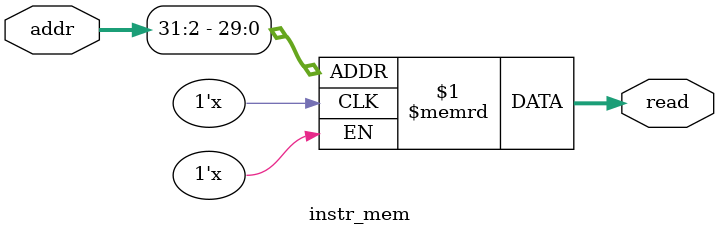
<source format=v>
module instr_mem(
    input  [31:0] addr,
    output [31:0] read
);
    reg [31:0] instr[0:255];

    assign read = instr[addr[31:2]];
    
endmodule
</source>
